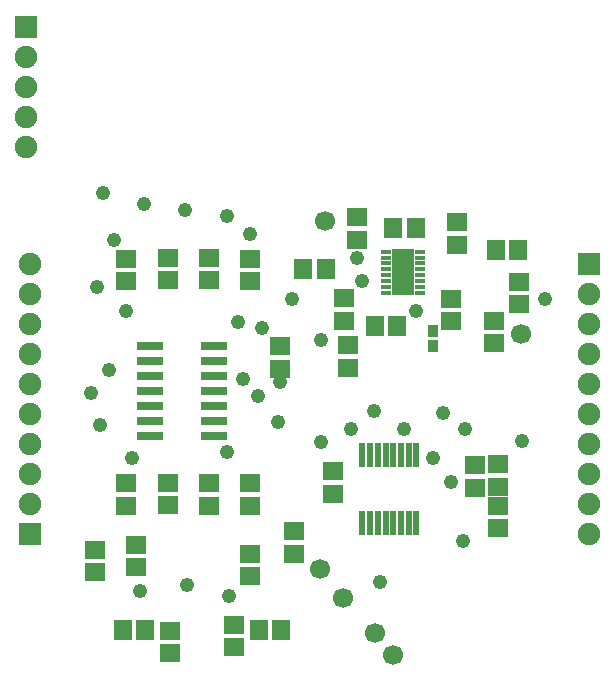
<source format=gbr>
G04 DipTrace 3.0.0.2*
G04 TopMask.gbr*
%MOMM*%
G04 #@! TF.FileFunction,Soldermask,Top*
G04 #@! TF.Part,Single*
%ADD34C,1.216*%
%ADD36C,1.7*%
%ADD38R,0.6X2.0*%
%ADD40R,2.2X0.8*%
%ADD42R,0.9X1.1*%
%ADD44R,1.9X4.0*%
%ADD46R,0.9X0.45*%
%ADD48C,1.9*%
%ADD50R,1.9X1.9*%
%ADD52R,1.5X1.7*%
%ADD54R,1.7X1.5*%
%FSLAX35Y35*%
G04*
G71*
G90*
G75*
G01*
G04 TopMask*
%LPD*%
D34*
X4200000Y2300000D3*
X3100000Y5250000D3*
X4000000Y5050000D3*
X4050000Y4850000D3*
X4500000Y4600000D3*
X1750000Y3900000D3*
X3166463Y3874297D3*
X4800000Y3150000D3*
X2900000Y3400000D3*
X1950000Y5200000D3*
X2100000Y3350000D3*
X3702813Y4350000D3*
X3696387Y3490763D3*
X4732130Y3730723D3*
X3034337Y4022890D3*
X5596210Y4700000D3*
X1900000Y4100000D3*
X3450000Y4700000D3*
X4150000Y3750000D3*
X5400000Y3500000D3*
X3950000Y3600000D3*
X4400000D3*
X4650000Y3350000D3*
X4900000Y2650000D3*
X3200000Y4450000D3*
X2200000Y5500000D3*
X1850000Y5600000D3*
X2550000Y5450000D3*
X2900000Y5400000D3*
X3000000Y4500000D3*
X2050000Y4600000D3*
X1800000Y4800000D3*
X3350000Y4000000D3*
X2169720Y2228557D3*
X2560333Y2276833D3*
X2915833Y2180277D3*
X3334923Y3657233D3*
X1828083Y3635863D3*
X4921920Y3596040D3*
D54*
X3800000Y3050000D3*
Y3240000D3*
X4800000Y4700000D3*
Y4510000D3*
D52*
X4344003Y4467027D3*
X4154003D3*
X4500000Y5300000D3*
X4310000D3*
D50*
X1232000Y2707000D3*
D48*
Y2961000D3*
Y3215000D3*
Y3469000D3*
Y3723000D3*
Y3977000D3*
Y4231000D3*
Y4485000D3*
Y4739000D3*
Y4993000D3*
D50*
X5968000D3*
D48*
Y4739000D3*
Y4485000D3*
Y4231000D3*
Y3977000D3*
Y3723000D3*
Y3469000D3*
Y3215000D3*
Y2961000D3*
Y2707000D3*
D52*
X5369907Y5110783D3*
X5179907D3*
X3550000Y4950000D3*
X3740000D3*
D46*
X4250000Y4750000D3*
Y4800000D3*
Y4850000D3*
Y4900000D3*
Y4950000D3*
Y5000000D3*
Y5050000D3*
X4540000Y4750000D3*
Y4800000D3*
Y4850000D3*
Y4900000D3*
Y4950000D3*
Y5000000D3*
Y5050000D3*
D44*
X4395000Y4925000D3*
D46*
X4540000Y5100000D3*
X4250000D3*
D50*
X1200000Y7000000D3*
D48*
Y6746000D3*
Y6492000D3*
Y6238000D3*
Y5984000D3*
D54*
X2750000Y4860000D3*
Y5050000D3*
Y2950000D3*
Y3140000D3*
X3100000Y4850000D3*
Y5040000D3*
Y2950000D3*
Y3140000D3*
X2400000Y4860000D3*
Y5050000D3*
D42*
X4650000Y4300000D3*
Y4430000D3*
D54*
X2405000Y2955000D3*
Y3145000D3*
X2050000Y4850000D3*
Y5040000D3*
Y2950000D3*
Y3140000D3*
X5000000Y3100000D3*
Y3290000D3*
X5200000Y3300000D3*
Y3110000D3*
Y2950000D3*
Y2760000D3*
D40*
X2250000Y4300000D3*
Y4173000D3*
Y4046000D3*
Y3919000D3*
Y3792000D3*
Y3665000D3*
Y3538000D3*
X2790000D3*
Y3665000D3*
Y3792000D3*
Y3919000D3*
Y4046000D3*
Y4173000D3*
Y4300000D3*
D38*
X4050000Y2800000D3*
X4115000D3*
X4180000D3*
X4245000D3*
X4310000D3*
X4375000D3*
X4440000D3*
X4505000D3*
Y3380000D3*
X4440000D3*
X4375000D3*
X4310000D3*
X4245000D3*
X4180000D3*
X4115000D3*
X4050000D3*
D54*
X4000000Y5200000D3*
Y5390000D3*
X4850000Y5350000D3*
Y5160000D3*
X3350000Y4300000D3*
Y4110000D3*
X2960643Y1750000D3*
Y1940000D3*
D52*
X3360643Y1900000D3*
X3170643D3*
D54*
X1786113Y2383760D3*
Y2573760D3*
X2132717Y2425513D3*
Y2615513D3*
X2422090Y1699590D3*
Y1889590D3*
D52*
X2022090Y1893163D3*
X2212090D3*
D54*
X3100000Y2350000D3*
Y2540000D3*
X3471243Y2730217D3*
Y2540217D3*
X5376523Y4845077D3*
Y4655077D3*
X5162577Y4513447D3*
Y4323447D3*
X3923623Y4116230D3*
Y4306230D3*
X3894547Y4513013D3*
Y4703013D3*
D36*
X4311020Y1686823D3*
X4153660Y1873400D3*
X3884943Y2171317D3*
X3692530Y2410463D3*
X3735177Y5356980D3*
X5393027Y4405963D3*
M02*

</source>
